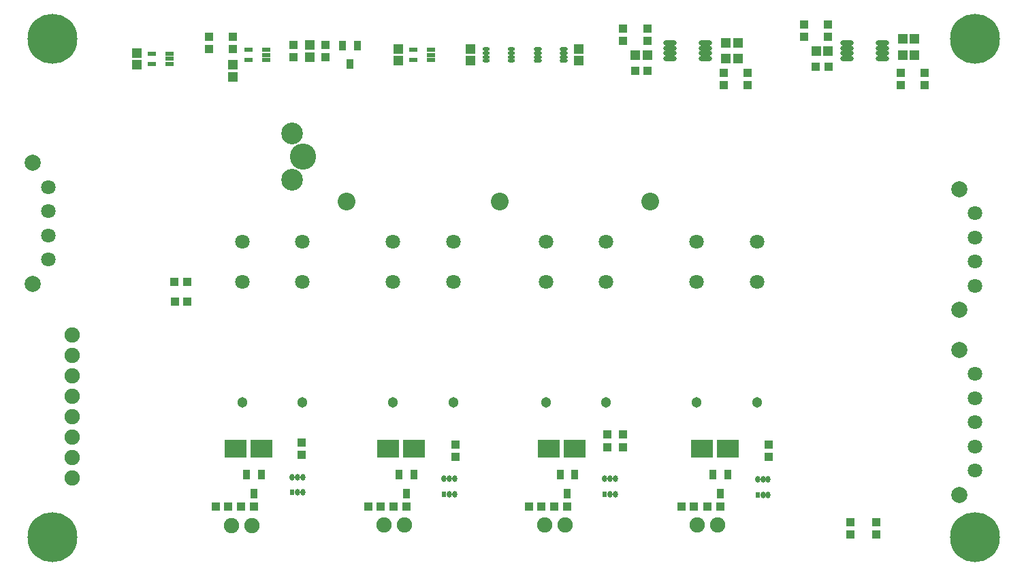
<source format=gts>
G04*
G04 #@! TF.GenerationSoftware,Altium Limited,Altium Designer,18.1.11 (251)*
G04*
G04 Layer_Color=8388736*
%FSLAX25Y25*%
%MOIN*%
G70*
G01*
G75*
%ADD30R,0.03359X0.04540*%
%ADD31R,0.04343X0.04147*%
%ADD32C,0.08674*%
%ADD33R,0.04147X0.04343*%
%ADD34R,0.02454X0.03162*%
%ADD35O,0.02454X0.03162*%
%ADD36R,0.03950X0.03950*%
%ADD37R,0.10642X0.08871*%
%ADD38O,0.06509X0.02572*%
%ADD39R,0.04147X0.02178*%
%ADD40R,0.04147X0.02375*%
%ADD41O,0.03753X0.01784*%
%ADD42O,0.03950X0.02178*%
%ADD43R,0.04737X0.04934*%
%ADD44R,0.04934X0.04737*%
%ADD45C,0.07493*%
%ADD46C,0.10642*%
%ADD47C,0.12808*%
%ADD48C,0.07099*%
%ADD49C,0.05131*%
%ADD50C,0.24422*%
%ADD51C,0.07887*%
D30*
X271555Y46422D02*
D03*
X264350D02*
D03*
X267953Y37170D02*
D03*
X346358Y46422D02*
D03*
X339154D02*
D03*
X342756Y37170D02*
D03*
X118209Y46422D02*
D03*
X111004D02*
D03*
X114606Y37170D02*
D03*
X192815Y46422D02*
D03*
X185610D02*
D03*
X189213Y37170D02*
D03*
X165020Y256594D02*
D03*
X157815D02*
D03*
X161417Y247342D02*
D03*
D31*
X419193Y23130D02*
D03*
Y17028D02*
D03*
X406595D02*
D03*
Y23130D02*
D03*
X366634Y55118D02*
D03*
Y61221D02*
D03*
X287402Y59941D02*
D03*
Y66043D02*
D03*
X295276D02*
D03*
Y59941D02*
D03*
X213091Y55118D02*
D03*
Y61221D02*
D03*
X137795Y56004D02*
D03*
Y62106D02*
D03*
X149606Y250886D02*
D03*
Y256988D02*
D03*
X133858Y250886D02*
D03*
Y256988D02*
D03*
X92520Y260925D02*
D03*
Y254823D02*
D03*
X104331D02*
D03*
Y260925D02*
D03*
X356299Y243209D02*
D03*
Y237106D02*
D03*
X344488D02*
D03*
Y243209D02*
D03*
X307087Y258760D02*
D03*
Y264862D02*
D03*
X295276D02*
D03*
Y258760D02*
D03*
X442913Y243209D02*
D03*
Y237106D02*
D03*
X431102D02*
D03*
Y243209D02*
D03*
X395669Y260728D02*
D03*
Y266831D02*
D03*
X383858D02*
D03*
Y260728D02*
D03*
D32*
X308563Y180217D02*
D03*
X234744D02*
D03*
X159941D02*
D03*
D33*
X329994Y30791D02*
D03*
X323891D02*
D03*
X255191D02*
D03*
X249088D02*
D03*
X176450D02*
D03*
X170348D02*
D03*
X101844D02*
D03*
X95742D02*
D03*
X81791Y131004D02*
D03*
X75689D02*
D03*
X301083Y244094D02*
D03*
X307185D02*
D03*
X389665Y246063D02*
D03*
X395768D02*
D03*
D34*
X361122Y36516D02*
D03*
X286319Y36909D02*
D03*
X207579D02*
D03*
X133268Y37795D02*
D03*
D35*
X363681Y36516D02*
D03*
X366240D02*
D03*
X361122Y43996D02*
D03*
X363681D02*
D03*
X366240D02*
D03*
X288878Y36909D02*
D03*
X291437D02*
D03*
X286319Y44390D02*
D03*
X288878D02*
D03*
X291437D02*
D03*
X210138Y36909D02*
D03*
X212697D02*
D03*
X207579Y44390D02*
D03*
X210138D02*
D03*
X212697D02*
D03*
X135827Y37795D02*
D03*
X138386D02*
D03*
X133268Y45276D02*
D03*
X135827D02*
D03*
X138386D02*
D03*
D36*
X336457Y30791D02*
D03*
X342756D02*
D03*
X261653D02*
D03*
X267953D02*
D03*
X182913D02*
D03*
X189213D02*
D03*
X108307D02*
D03*
X114606D02*
D03*
X81693Y140945D02*
D03*
X75394D02*
D03*
D37*
X333760Y59153D02*
D03*
X346358D02*
D03*
X258957D02*
D03*
X271555D02*
D03*
X180217D02*
D03*
X192815D02*
D03*
X105610Y59055D02*
D03*
X118209D02*
D03*
D38*
X422047Y250098D02*
D03*
Y252658D02*
D03*
Y255217D02*
D03*
Y257776D02*
D03*
X404724Y250098D02*
D03*
Y252658D02*
D03*
Y255217D02*
D03*
Y257776D02*
D03*
X335433Y250098D02*
D03*
Y252658D02*
D03*
Y255217D02*
D03*
Y257776D02*
D03*
X318110Y250098D02*
D03*
Y252658D02*
D03*
Y255217D02*
D03*
Y257776D02*
D03*
D39*
X73228Y247441D02*
D03*
Y250000D02*
D03*
Y252559D02*
D03*
X64567D02*
D03*
Y247441D02*
D03*
X201181Y249410D02*
D03*
Y251969D02*
D03*
Y254528D02*
D03*
X192520D02*
D03*
Y249410D02*
D03*
D40*
X111713D02*
D03*
Y254528D02*
D03*
X120571D02*
D03*
Y251969D02*
D03*
Y249410D02*
D03*
D41*
X228150Y254921D02*
D03*
Y252953D02*
D03*
Y250984D02*
D03*
Y249016D02*
D03*
X240354Y254921D02*
D03*
Y252953D02*
D03*
Y250984D02*
D03*
Y249016D02*
D03*
D42*
X253543Y254921D02*
D03*
Y252953D02*
D03*
Y250984D02*
D03*
Y249016D02*
D03*
X266142Y254921D02*
D03*
Y252953D02*
D03*
Y250984D02*
D03*
Y249016D02*
D03*
D43*
X141732Y256890D02*
D03*
Y250984D02*
D03*
X57087Y252953D02*
D03*
Y247047D02*
D03*
X220472Y254921D02*
D03*
Y249016D02*
D03*
X104331Y247047D02*
D03*
Y241142D02*
D03*
X185039Y254921D02*
D03*
Y249016D02*
D03*
X273622Y254921D02*
D03*
Y249016D02*
D03*
D44*
X351378Y257874D02*
D03*
X345472D02*
D03*
X437992Y259842D02*
D03*
X432087D02*
D03*
X351378Y250000D02*
D03*
X345472D02*
D03*
X301181Y251969D02*
D03*
X307087D02*
D03*
X437992D02*
D03*
X432087D02*
D03*
X389764Y253937D02*
D03*
X395669D02*
D03*
D45*
X103517Y21654D02*
D03*
X113517D02*
D03*
X178124Y21752D02*
D03*
X188124D02*
D03*
X256864D02*
D03*
X266864D02*
D03*
X331667D02*
D03*
X341667D02*
D03*
X25591Y114842D02*
D03*
Y104842D02*
D03*
Y94842D02*
D03*
Y84842D02*
D03*
Y74843D02*
D03*
Y64842D02*
D03*
Y54843D02*
D03*
Y44842D02*
D03*
D46*
X133071Y213386D02*
D03*
Y190945D02*
D03*
D47*
X138347Y202165D02*
D03*
D48*
X13780Y187205D02*
D03*
Y175394D02*
D03*
Y163583D02*
D03*
Y151772D02*
D03*
X467414Y174406D02*
D03*
Y162595D02*
D03*
Y150784D02*
D03*
Y138973D02*
D03*
X331201Y140847D02*
D03*
Y160531D02*
D03*
X360728D02*
D03*
Y140847D02*
D03*
X257382Y140847D02*
D03*
Y160531D02*
D03*
X286910D02*
D03*
Y140847D02*
D03*
X182579Y140847D02*
D03*
Y160531D02*
D03*
X212106D02*
D03*
Y140847D02*
D03*
X108760D02*
D03*
Y160531D02*
D03*
X138287D02*
D03*
Y140847D02*
D03*
X467414Y60233D02*
D03*
Y72044D02*
D03*
Y83855D02*
D03*
Y95666D02*
D03*
Y48422D02*
D03*
D49*
X360728Y81791D02*
D03*
X331201D02*
D03*
X286910Y81791D02*
D03*
X257382D02*
D03*
X212106Y81791D02*
D03*
X182579D02*
D03*
X138287D02*
D03*
X108760D02*
D03*
D50*
X467520Y15748D02*
D03*
X15748Y259842D02*
D03*
X467520D02*
D03*
X15748Y15748D02*
D03*
D51*
X6063Y199016D02*
D03*
Y139961D02*
D03*
X459697Y186217D02*
D03*
Y127162D02*
D03*
X459697Y36611D02*
D03*
Y107477D02*
D03*
M02*

</source>
